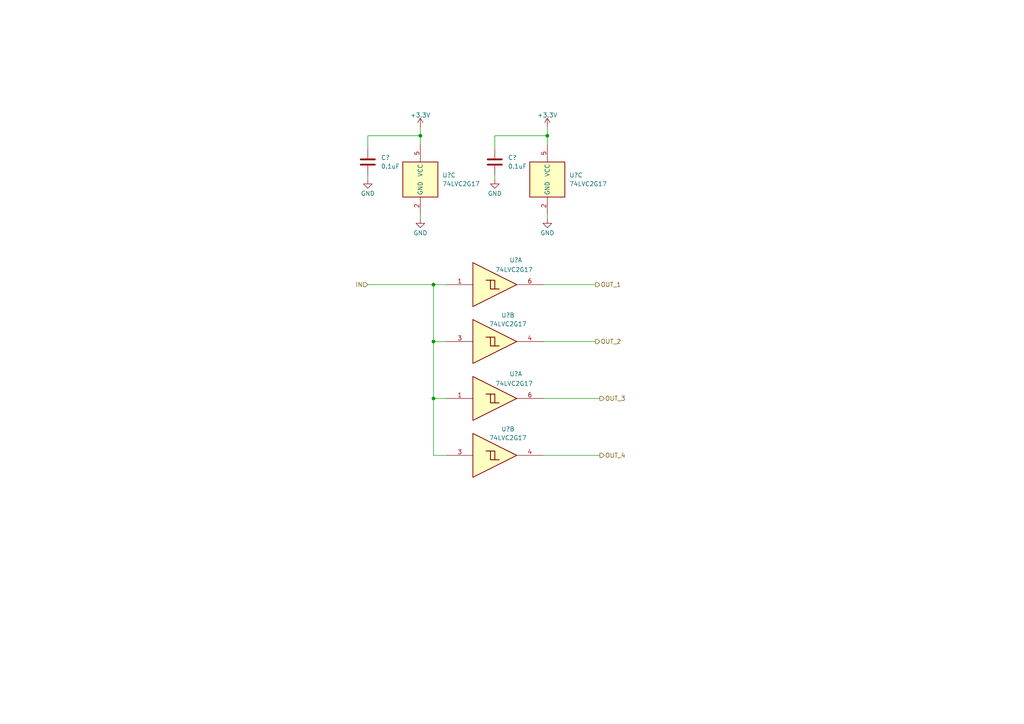
<source format=kicad_sch>
(kicad_sch (version 20250114) (generator "eeschema") (generator_version "9.0")
  (paper "A4")
  (lib_symbols
    (symbol "74xGxx:74LVC2G17"
      (property "Reference" "U" (at -1.27 7.62 0))
      (property "Value" "74LVC2G17" (at 2.54 -7.62 0))
      (symbol "74LVC2G17_1_1"
        (polyline (pts (xy -7.62 6.35) (xy -7.62 -6.35) (xy 5.08 0) (xy -7.62 6.35)) (stroke (width 0.254)) (fill (type background)))
        (polyline (pts (xy -3.81 1.27) (xy -2.54 1.27) (xy -2.54 -1.27) (xy 0 -1.27)) (stroke (width 0.254)) (fill (type background)))
        (polyline (pts (xy -2.54 1.27) (xy -1.27 1.27) (xy -1.27 -1.27)) (stroke (width 0.254)) (fill (type background)))
        (pin input line (at -15.24 0 0) (length 7.62) (name "~") (number "1"))
        (pin output line (at 12.7 0 180) (length 7.62) (name "~") (number "6"))
      )
      (symbol "74LVC2G17_2_1"
        (polyline (pts (xy -7.62 6.35) (xy -7.62 -6.35) (xy 5.08 0) (xy -7.62 6.35)) (stroke (width 0.254)) (fill (type background)))
        (polyline (pts (xy -3.81 1.27) (xy -2.54 1.27) (xy -2.54 -1.27) (xy 0 -1.27)) (stroke (width 0.254)) (fill (type background)))
        (polyline (pts (xy -2.54 1.27) (xy -1.27 1.27) (xy -1.27 -1.27)) (stroke (width 0.254)) (fill (type background)))
        (pin input line (at -15.24 0 0) (length 7.62) (name "~") (number "3"))
        (pin output line (at 12.7 0 180) (length 7.62) (name "~") (number "4"))
      )
      (symbol "74LVC2G17_3_0"
        (rectangle (start -5.08 -5.08) (end 5.08 5.08) (stroke (width 0.254)) (fill (type background)))
      )
      (symbol "74LVC2G17_3_1"
        (pin power_in line (at 0 10.16 270) (length 5.08) (name "VCC") (number "5"))
        (pin power_in line (at 0 -10.16 90) (length 5.08) (name "GND") (number "2"))
      )
    )
    (symbol "Device:C" (pin_numbers (hide yes)) (pin_names (offset 0.254))
      (property "Reference" "C" (at 0.635 2.54 0))
      (property "Value" "C" (at 0.635 -2.54 0))
      (symbol "C_0_1"
        (polyline (pts (xy -2.032 0.762) (xy 2.032 0.762)) (stroke (width 0.508)))
        (polyline (pts (xy -2.032 -0.762) (xy 2.032 -0.762)) (stroke (width 0.508)))
      )
      (symbol "C_1_1"
        (pin passive line (at 0 3.81 270) (length 2.794) (name "~") (number "1"))
        (pin passive line (at 0 -3.81 90) (length 2.794) (name "~") (number "2"))
      )
    )
    (symbol "power:+3.3V" (power) (pin_names (offset 0))
      (property "Value" "+3.3V" (at 0 3.556 0))
      (symbol "+3.3V_0_1"
        (polyline (pts (xy -0.762 1.27) (xy 0 2.54)))
        (polyline (pts (xy 0 2.54) (xy 0.762 1.27)))
        (polyline (pts (xy 0 0) (xy 0 2.54)))
      )
      (symbol "+3.3V_1_1"
        (pin power_in line (at 0 0 90) (length 0) (hide yes) (name "+3.3V") (number "1"))
      )
    )
    (symbol "power:GND" (power) (pin_names (offset 0))
      (property "Value" "GND" (at 0 -3.81 0))
      (symbol "GND_0_1"
        (polyline (pts (xy 0 0) (xy 0 -1.27) (xy 1.27 -1.27) (xy 0 -2.54) (xy -1.27 -1.27) (xy 0 -1.27)))
      )
      (symbol "GND_1_1"
        (pin power_in line (at 0 0 270) (length 0) (hide yes) (name "GND") (number "1"))
      )
    )
  )
  (junction (at 125.73 99.06))
  (junction (at 121.92 39.37))
  (junction (at 125.73 115.57))
  (junction (at 158.75 39.37))
  (junction (at 125.73 82.55))
  (wire (pts (xy 173.99 132.08) (xy 157.48 132.08)))
  (wire (pts (xy 172.72 82.55) (xy 157.48 82.55)))
  (wire (pts (xy 158.75 39.37) (xy 158.75 41.91)))
  (wire (pts (xy 121.92 62.23) (xy 121.92 63.5)))
  (wire (pts (xy 158.75 36.83) (xy 158.75 39.37)))
  (wire (pts (xy 172.72 99.06) (xy 157.48 99.06)))
  (wire (pts (xy 106.68 39.37) (xy 121.92 39.37)))
  (wire (pts (xy 129.54 82.55) (xy 125.73 82.55)))
  (wire (pts (xy 125.73 99.06) (xy 125.73 115.57)))
  (wire (pts (xy 125.73 132.08) (xy 125.73 115.57)))
  (wire (pts (xy 158.75 62.23) (xy 158.75 63.5)))
  (wire (pts (xy 125.73 82.55) (xy 106.68 82.55)))
  (wire (pts (xy 143.51 39.37) (xy 143.51 43.18)))
  (wire (pts (xy 121.92 36.83) (xy 121.92 39.37)))
  (wire (pts (xy 129.54 99.06) (xy 125.73 99.06)))
  (wire (pts (xy 125.73 99.06) (xy 125.73 82.55)))
  (wire (pts (xy 143.51 50.8) (xy 143.51 52.07)))
  (wire (pts (xy 143.51 39.37) (xy 158.75 39.37)))
  (wire (pts (xy 106.68 50.8) (xy 106.68 52.07)))
  (wire (pts (xy 121.92 39.37) (xy 121.92 41.91)))
  (wire (pts (xy 106.68 39.37) (xy 106.68 43.18)))
  (wire (pts (xy 129.54 132.08) (xy 125.73 132.08)))
  (wire (pts (xy 129.54 115.57) (xy 125.73 115.57)))
  (wire (pts (xy 173.99 115.57) (xy 157.48 115.57)))
  (hierarchical_label "OUT_2" (shape output) (at 172.72 99.06 0))
  (hierarchical_label "OUT_1" (shape output) (at 172.72 82.55 0))
  (hierarchical_label "IN" (shape input) (at 106.68 82.55 180))
  (hierarchical_label "OUT_4" (shape output) (at 173.99 132.08 0))
  (hierarchical_label "OUT_3" (shape output) (at 173.99 115.57 0))
  (symbol (lib_id "74xGxx:74LVC2G17") (at 144.78 99.06 0) (unit 2)
    (property "Reference" "U?" (at 147.32 91.44 0))
    (property "Value" "74LVC2G17" (at 147.32 93.98 0))
    (property "Footprint" "Package_TO_SOT_SMD:SOT-23-6" (effects (hide yes)))
    (property "Datasheet" "http://www.ti.com/lit/sg/scyt129e/scyt129e.pdf" (effects (hide yes)))
    (property "Description" "Dual Buffer Schmitt Triggered, Low-Voltage CMOS" (effects (hide yes)))
  )
  (symbol (lib_id "74xGxx:74LVC2G17") (at 144.78 132.08 0) (unit 2)
    (property "Reference" "U?" (at 147.32 124.46 0))
    (property "Value" "74LVC2G17" (at 147.32 127 0))
    (property "Footprint" "Package_TO_SOT_SMD:SOT-23-6" (effects (hide yes)))
    (property "Datasheet" "http://www.ti.com/lit/sg/scyt129e/scyt129e.pdf" (effects (hide yes)))
    (property "Description" "Dual Buffer Schmitt Triggered, Low-Voltage CMOS" (effects (hide yes)))
  )
  (symbol (lib_id "74xGxx:74LVC2G17") (at 158.75 52.07 0) (unit 3)
    (property "Reference" "U?" (at 165.1 50.7999 0) (effects (justify left)))
    (property "Value" "74LVC2G17" (at 165.1 53.3399 0) (effects (justify left)))
    (property "Footprint" "Package_TO_SOT_SMD:SOT-23-6" (effects (hide yes)))
    (property "Datasheet" "http://www.ti.com/lit/sg/scyt129e/scyt129e.pdf" (effects (hide yes)))
    (property "Description" "Dual Buffer Schmitt Triggered, Low-Voltage CMOS" (effects (hide yes)))
  )
  (symbol (lib_id "74xGxx:74LVC2G17") (at 144.78 82.55 0) (unit 1)
    (property "Reference" "U?" (at 149.606 75.438 0))
    (property "Value" "74LVC2G17" (at 149.098 78.232 0))
    (property "Footprint" "Package_TO_SOT_SMD:SOT-23-6" (effects (hide yes)))
    (property "Datasheet" "http://www.ti.com/lit/sg/scyt129e/scyt129e.pdf" (effects (hide yes)))
    (property "Description" "Dual Buffer Schmitt Triggered, Low-Voltage CMOS" (effects (hide yes)))
  )
  (symbol (lib_id "74xGxx:74LVC2G17") (at 144.78 115.57 0) (unit 1)
    (property "Reference" "U?" (at 149.606 108.458 0))
    (property "Value" "74LVC2G17" (at 149.098 111.252 0))
    (property "Footprint" "Package_TO_SOT_SMD:SOT-23-6" (effects (hide yes)))
    (property "Datasheet" "http://www.ti.com/lit/sg/scyt129e/scyt129e.pdf" (effects (hide yes)))
    (property "Description" "Dual Buffer Schmitt Triggered, Low-Voltage CMOS" (effects (hide yes)))
  )
  (symbol (lib_id "power:+3.3V") (at 121.92 36.83 0) (unit 1)
    (property "Reference" "#PWR017" (effects (hide yes)))
    (property "Value" "+3.3V" (at 121.92 33.401 0))
    (instances (project "arena_10_of_10_v1r1" (path "" (reference "#PWR023") (unit 1)) (path "" (reference "#PWR010") (unit 1)) (path "" (reference "#PWR02") (unit 1)) (path "" (reference "#PWR017") (unit 1))))
  )
  (symbol (lib_id "power:GND") (at 158.75 63.5 0) (mirror y) (unit 1)
    (property "Reference" "#PWR021" (effects (hide yes)))
    (property "Value" "GND" (at 158.75 67.564 0))
    (instances (project "arena_10_of_10_v1r1" (path "" (reference "#PWR027") (unit 1)) (path "" (reference "#PWR014") (unit 1)) (path "" (reference "#PWR08") (unit 1)) (path "" (reference "#PWR021") (unit 1))))
  )
  (symbol (lib_id "Device:C") (at 143.51 46.99 0) (unit 1)
    (property "Reference" "C?" (at 147.32 45.7199 0) (effects (justify left)))
    (property "Value" "0.1uF" (at 147.32 48.2599 0) (effects (justify left)))
    (property "Footprint" "Capacitor_SMD:C_0402_1005Metric" (effects (hide yes)))
    (property "Description" "Unpolarized capacitor" (effects (hide yes)))
  )
  (symbol (lib_id "power:+3.3V") (at 158.75 36.83 0) (unit 1)
    (property "Reference" "#PWR020" (effects (hide yes)))
    (property "Value" "+3.3V" (at 158.75 33.401 0))
    (instances (project "arena_10_of_10_v1r1" (path "" (reference "#PWR026") (unit 1)) (path "" (reference "#PWR013") (unit 1)) (path "" (reference "#PWR07") (unit 1)) (path "" (reference "#PWR020") (unit 1))))
  )
  (symbol (lib_id "74xGxx:74LVC2G17") (at 121.92 52.07 0) (unit 3)
    (property "Reference" "U?" (at 128.27 50.7999 0) (effects (justify left)))
    (property "Value" "74LVC2G17" (at 128.27 53.3399 0) (effects (justify left)))
    (property "Footprint" "Package_TO_SOT_SMD:SOT-23-6" (effects (hide yes)))
    (property "Datasheet" "http://www.ti.com/lit/sg/scyt129e/scyt129e.pdf" (effects (hide yes)))
    (property "Description" "Dual Buffer Schmitt Triggered, Low-Voltage CMOS" (effects (hide yes)))
  )
  (symbol (lib_id "power:GND") (at 106.68 52.07 0) (mirror y) (unit 1)
    (property "Reference" "#PWR015" (effects (hide yes)))
    (property "Value" "GND" (at 106.68 56.134 0))
    (instances (project "arena_10_of_10_v1r1" (path "" (reference "#PWR022") (unit 1)) (path "" (reference "#PWR09") (unit 1)) (path "" (reference "#PWR01") (unit 1)) (path "" (reference "#PWR015") (unit 1))))
  )
  (symbol (lib_id "power:GND") (at 143.51 52.07 0) (mirror y) (unit 1)
    (property "Reference" "#PWR019" (effects (hide yes)))
    (property "Value" "GND" (at 143.51 56.134 0))
    (instances (project "arena_10_of_10_v1r1" (path "" (reference "#PWR025") (unit 1)) (path "" (reference "#PWR012") (unit 1)) (path "" (reference "#PWR04") (unit 1)) (path "" (reference "#PWR019") (unit 1))))
  )
  (symbol (lib_id "Device:C") (at 106.68 46.99 0) (unit 1)
    (property "Reference" "C?" (at 110.49 45.7199 0) (effects (justify left)))
    (property "Value" "0.1uF" (at 110.49 48.2599 0) (effects (justify left)))
    (property "Footprint" "Capacitor_SMD:C_0402_1005Metric" (effects (hide yes)))
    (property "Description" "Unpolarized capacitor" (effects (hide yes)))
  )
  (symbol (lib_id "power:GND") (at 121.92 63.5 0) (mirror y) (unit 1)
    (property "Reference" "#PWR018" (effects (hide yes)))
    (property "Value" "GND" (at 121.92 67.564 0))
    (instances (project "arena_10_of_10_v1r1" (path "" (reference "#PWR024") (unit 1)) (path "" (reference "#PWR011") (unit 1)) (path "" (reference "#PWR03") (unit 1)) (path "" (reference "#PWR018") (unit 1))))
  )
)
</source>
